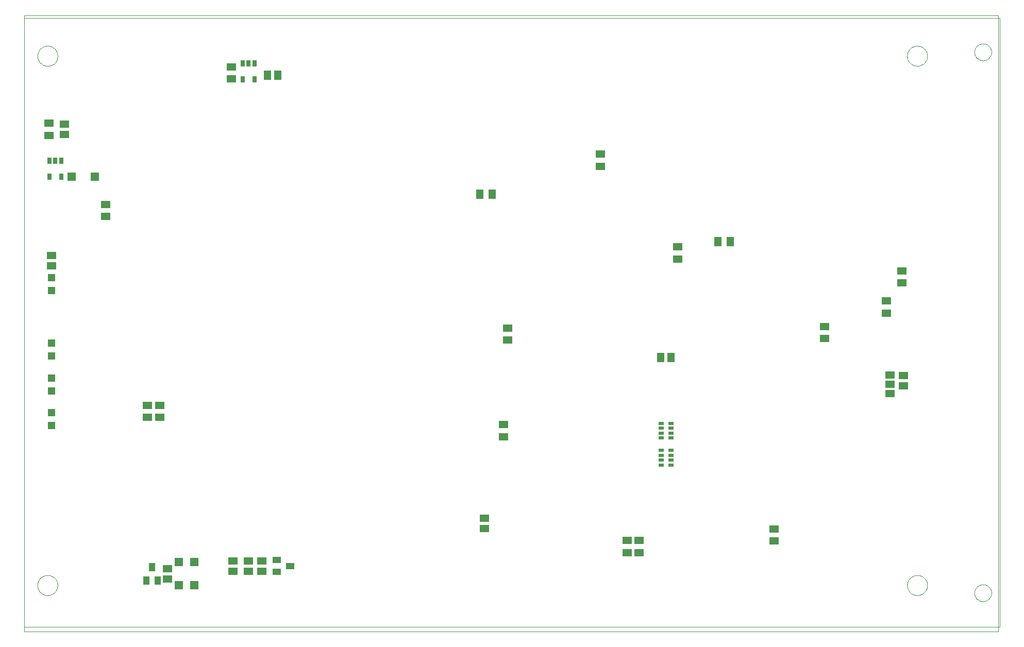
<source format=gbp>
G75*
G70*
%OFA0B0*%
%FSLAX24Y24*%
%IPPOS*%
%LPD*%
%AMOC8*
5,1,8,0,0,1.08239X$1,22.5*
%
%ADD10C,0.0000*%
%ADD11R,0.0472X0.0472*%
%ADD12R,0.0591X0.0512*%
%ADD13R,0.0630X0.0512*%
%ADD14R,0.0512X0.0630*%
%ADD15R,0.0551X0.0551*%
%ADD16R,0.0354X0.0197*%
%ADD17R,0.0512X0.0591*%
%ADD18R,0.0551X0.0394*%
%ADD19R,0.0272X0.0390*%
%ADD20R,0.0630X0.0460*%
%ADD21R,0.0394X0.0551*%
D10*
X004848Y007120D02*
X004848Y046990D01*
X067840Y046990D01*
X067840Y007120D01*
X004848Y007120D01*
X004848Y007430D02*
X004848Y046810D01*
X067948Y046810D01*
X067948Y007430D01*
X004848Y007430D01*
X005698Y010120D02*
X005700Y010170D01*
X005706Y010220D01*
X005716Y010270D01*
X005729Y010318D01*
X005746Y010366D01*
X005767Y010412D01*
X005791Y010456D01*
X005819Y010498D01*
X005850Y010538D01*
X005884Y010575D01*
X005921Y010610D01*
X005960Y010641D01*
X006001Y010670D01*
X006045Y010695D01*
X006091Y010717D01*
X006138Y010735D01*
X006186Y010749D01*
X006235Y010760D01*
X006285Y010767D01*
X006335Y010770D01*
X006386Y010769D01*
X006436Y010764D01*
X006486Y010755D01*
X006534Y010743D01*
X006582Y010726D01*
X006628Y010706D01*
X006673Y010683D01*
X006716Y010656D01*
X006756Y010626D01*
X006794Y010593D01*
X006829Y010557D01*
X006862Y010518D01*
X006891Y010477D01*
X006917Y010434D01*
X006940Y010389D01*
X006959Y010342D01*
X006974Y010294D01*
X006986Y010245D01*
X006994Y010195D01*
X006998Y010145D01*
X006998Y010095D01*
X006994Y010045D01*
X006986Y009995D01*
X006974Y009946D01*
X006959Y009898D01*
X006940Y009851D01*
X006917Y009806D01*
X006891Y009763D01*
X006862Y009722D01*
X006829Y009683D01*
X006794Y009647D01*
X006756Y009614D01*
X006716Y009584D01*
X006673Y009557D01*
X006628Y009534D01*
X006582Y009514D01*
X006534Y009497D01*
X006486Y009485D01*
X006436Y009476D01*
X006386Y009471D01*
X006335Y009470D01*
X006285Y009473D01*
X006235Y009480D01*
X006186Y009491D01*
X006138Y009505D01*
X006091Y009523D01*
X006045Y009545D01*
X006001Y009570D01*
X005960Y009599D01*
X005921Y009630D01*
X005884Y009665D01*
X005850Y009702D01*
X005819Y009742D01*
X005791Y009784D01*
X005767Y009828D01*
X005746Y009874D01*
X005729Y009922D01*
X005716Y009970D01*
X005706Y010020D01*
X005700Y010070D01*
X005698Y010120D01*
X005698Y044370D02*
X005700Y044420D01*
X005706Y044470D01*
X005716Y044520D01*
X005729Y044568D01*
X005746Y044616D01*
X005767Y044662D01*
X005791Y044706D01*
X005819Y044748D01*
X005850Y044788D01*
X005884Y044825D01*
X005921Y044860D01*
X005960Y044891D01*
X006001Y044920D01*
X006045Y044945D01*
X006091Y044967D01*
X006138Y044985D01*
X006186Y044999D01*
X006235Y045010D01*
X006285Y045017D01*
X006335Y045020D01*
X006386Y045019D01*
X006436Y045014D01*
X006486Y045005D01*
X006534Y044993D01*
X006582Y044976D01*
X006628Y044956D01*
X006673Y044933D01*
X006716Y044906D01*
X006756Y044876D01*
X006794Y044843D01*
X006829Y044807D01*
X006862Y044768D01*
X006891Y044727D01*
X006917Y044684D01*
X006940Y044639D01*
X006959Y044592D01*
X006974Y044544D01*
X006986Y044495D01*
X006994Y044445D01*
X006998Y044395D01*
X006998Y044345D01*
X006994Y044295D01*
X006986Y044245D01*
X006974Y044196D01*
X006959Y044148D01*
X006940Y044101D01*
X006917Y044056D01*
X006891Y044013D01*
X006862Y043972D01*
X006829Y043933D01*
X006794Y043897D01*
X006756Y043864D01*
X006716Y043834D01*
X006673Y043807D01*
X006628Y043784D01*
X006582Y043764D01*
X006534Y043747D01*
X006486Y043735D01*
X006436Y043726D01*
X006386Y043721D01*
X006335Y043720D01*
X006285Y043723D01*
X006235Y043730D01*
X006186Y043741D01*
X006138Y043755D01*
X006091Y043773D01*
X006045Y043795D01*
X006001Y043820D01*
X005960Y043849D01*
X005921Y043880D01*
X005884Y043915D01*
X005850Y043952D01*
X005819Y043992D01*
X005791Y044034D01*
X005767Y044078D01*
X005746Y044124D01*
X005729Y044172D01*
X005716Y044220D01*
X005706Y044270D01*
X005700Y044320D01*
X005698Y044370D01*
X061948Y044370D02*
X061950Y044420D01*
X061956Y044470D01*
X061966Y044520D01*
X061979Y044568D01*
X061996Y044616D01*
X062017Y044662D01*
X062041Y044706D01*
X062069Y044748D01*
X062100Y044788D01*
X062134Y044825D01*
X062171Y044860D01*
X062210Y044891D01*
X062251Y044920D01*
X062295Y044945D01*
X062341Y044967D01*
X062388Y044985D01*
X062436Y044999D01*
X062485Y045010D01*
X062535Y045017D01*
X062585Y045020D01*
X062636Y045019D01*
X062686Y045014D01*
X062736Y045005D01*
X062784Y044993D01*
X062832Y044976D01*
X062878Y044956D01*
X062923Y044933D01*
X062966Y044906D01*
X063006Y044876D01*
X063044Y044843D01*
X063079Y044807D01*
X063112Y044768D01*
X063141Y044727D01*
X063167Y044684D01*
X063190Y044639D01*
X063209Y044592D01*
X063224Y044544D01*
X063236Y044495D01*
X063244Y044445D01*
X063248Y044395D01*
X063248Y044345D01*
X063244Y044295D01*
X063236Y044245D01*
X063224Y044196D01*
X063209Y044148D01*
X063190Y044101D01*
X063167Y044056D01*
X063141Y044013D01*
X063112Y043972D01*
X063079Y043933D01*
X063044Y043897D01*
X063006Y043864D01*
X062966Y043834D01*
X062923Y043807D01*
X062878Y043784D01*
X062832Y043764D01*
X062784Y043747D01*
X062736Y043735D01*
X062686Y043726D01*
X062636Y043721D01*
X062585Y043720D01*
X062535Y043723D01*
X062485Y043730D01*
X062436Y043741D01*
X062388Y043755D01*
X062341Y043773D01*
X062295Y043795D01*
X062251Y043820D01*
X062210Y043849D01*
X062171Y043880D01*
X062134Y043915D01*
X062100Y043952D01*
X062069Y043992D01*
X062041Y044034D01*
X062017Y044078D01*
X061996Y044124D01*
X061979Y044172D01*
X061966Y044220D01*
X061956Y044270D01*
X061950Y044320D01*
X061948Y044370D01*
X066298Y044620D02*
X066300Y044667D01*
X066306Y044713D01*
X066316Y044759D01*
X066329Y044803D01*
X066347Y044847D01*
X066368Y044888D01*
X066392Y044928D01*
X066420Y044966D01*
X066451Y045001D01*
X066485Y045033D01*
X066521Y045062D01*
X066560Y045088D01*
X066600Y045111D01*
X066643Y045130D01*
X066687Y045146D01*
X066732Y045158D01*
X066778Y045166D01*
X066825Y045170D01*
X066871Y045170D01*
X066918Y045166D01*
X066964Y045158D01*
X067009Y045146D01*
X067053Y045130D01*
X067096Y045111D01*
X067136Y045088D01*
X067175Y045062D01*
X067211Y045033D01*
X067245Y045001D01*
X067276Y044966D01*
X067304Y044928D01*
X067328Y044888D01*
X067349Y044847D01*
X067367Y044803D01*
X067380Y044759D01*
X067390Y044713D01*
X067396Y044667D01*
X067398Y044620D01*
X067396Y044573D01*
X067390Y044527D01*
X067380Y044481D01*
X067367Y044437D01*
X067349Y044393D01*
X067328Y044352D01*
X067304Y044312D01*
X067276Y044274D01*
X067245Y044239D01*
X067211Y044207D01*
X067175Y044178D01*
X067136Y044152D01*
X067096Y044129D01*
X067053Y044110D01*
X067009Y044094D01*
X066964Y044082D01*
X066918Y044074D01*
X066871Y044070D01*
X066825Y044070D01*
X066778Y044074D01*
X066732Y044082D01*
X066687Y044094D01*
X066643Y044110D01*
X066600Y044129D01*
X066560Y044152D01*
X066521Y044178D01*
X066485Y044207D01*
X066451Y044239D01*
X066420Y044274D01*
X066392Y044312D01*
X066368Y044352D01*
X066347Y044393D01*
X066329Y044437D01*
X066316Y044481D01*
X066306Y044527D01*
X066300Y044573D01*
X066298Y044620D01*
X061948Y010120D02*
X061950Y010170D01*
X061956Y010220D01*
X061966Y010270D01*
X061979Y010318D01*
X061996Y010366D01*
X062017Y010412D01*
X062041Y010456D01*
X062069Y010498D01*
X062100Y010538D01*
X062134Y010575D01*
X062171Y010610D01*
X062210Y010641D01*
X062251Y010670D01*
X062295Y010695D01*
X062341Y010717D01*
X062388Y010735D01*
X062436Y010749D01*
X062485Y010760D01*
X062535Y010767D01*
X062585Y010770D01*
X062636Y010769D01*
X062686Y010764D01*
X062736Y010755D01*
X062784Y010743D01*
X062832Y010726D01*
X062878Y010706D01*
X062923Y010683D01*
X062966Y010656D01*
X063006Y010626D01*
X063044Y010593D01*
X063079Y010557D01*
X063112Y010518D01*
X063141Y010477D01*
X063167Y010434D01*
X063190Y010389D01*
X063209Y010342D01*
X063224Y010294D01*
X063236Y010245D01*
X063244Y010195D01*
X063248Y010145D01*
X063248Y010095D01*
X063244Y010045D01*
X063236Y009995D01*
X063224Y009946D01*
X063209Y009898D01*
X063190Y009851D01*
X063167Y009806D01*
X063141Y009763D01*
X063112Y009722D01*
X063079Y009683D01*
X063044Y009647D01*
X063006Y009614D01*
X062966Y009584D01*
X062923Y009557D01*
X062878Y009534D01*
X062832Y009514D01*
X062784Y009497D01*
X062736Y009485D01*
X062686Y009476D01*
X062636Y009471D01*
X062585Y009470D01*
X062535Y009473D01*
X062485Y009480D01*
X062436Y009491D01*
X062388Y009505D01*
X062341Y009523D01*
X062295Y009545D01*
X062251Y009570D01*
X062210Y009599D01*
X062171Y009630D01*
X062134Y009665D01*
X062100Y009702D01*
X062069Y009742D01*
X062041Y009784D01*
X062017Y009828D01*
X061996Y009874D01*
X061979Y009922D01*
X061966Y009970D01*
X061956Y010020D01*
X061950Y010070D01*
X061948Y010120D01*
X066298Y009620D02*
X066300Y009667D01*
X066306Y009713D01*
X066316Y009759D01*
X066329Y009803D01*
X066347Y009847D01*
X066368Y009888D01*
X066392Y009928D01*
X066420Y009966D01*
X066451Y010001D01*
X066485Y010033D01*
X066521Y010062D01*
X066560Y010088D01*
X066600Y010111D01*
X066643Y010130D01*
X066687Y010146D01*
X066732Y010158D01*
X066778Y010166D01*
X066825Y010170D01*
X066871Y010170D01*
X066918Y010166D01*
X066964Y010158D01*
X067009Y010146D01*
X067053Y010130D01*
X067096Y010111D01*
X067136Y010088D01*
X067175Y010062D01*
X067211Y010033D01*
X067245Y010001D01*
X067276Y009966D01*
X067304Y009928D01*
X067328Y009888D01*
X067349Y009847D01*
X067367Y009803D01*
X067380Y009759D01*
X067390Y009713D01*
X067396Y009667D01*
X067398Y009620D01*
X067396Y009573D01*
X067390Y009527D01*
X067380Y009481D01*
X067367Y009437D01*
X067349Y009393D01*
X067328Y009352D01*
X067304Y009312D01*
X067276Y009274D01*
X067245Y009239D01*
X067211Y009207D01*
X067175Y009178D01*
X067136Y009152D01*
X067096Y009129D01*
X067053Y009110D01*
X067009Y009094D01*
X066964Y009082D01*
X066918Y009074D01*
X066871Y009070D01*
X066825Y009070D01*
X066778Y009074D01*
X066732Y009082D01*
X066687Y009094D01*
X066643Y009110D01*
X066600Y009129D01*
X066560Y009152D01*
X066521Y009178D01*
X066485Y009207D01*
X066451Y009239D01*
X066420Y009274D01*
X066392Y009312D01*
X066368Y009352D01*
X066347Y009393D01*
X066329Y009437D01*
X066316Y009481D01*
X066306Y009527D01*
X066300Y009573D01*
X066298Y009620D01*
D11*
X006598Y020456D03*
X006598Y021283D03*
X006598Y022706D03*
X006598Y023533D03*
X006598Y024956D03*
X006598Y025783D03*
X006598Y029206D03*
X006598Y030033D03*
D12*
X006598Y030785D03*
X006598Y031454D03*
X007448Y039285D03*
X007448Y039954D03*
X012798Y021744D03*
X013598Y021744D03*
X013598Y020996D03*
X012798Y020996D03*
X018348Y011704D03*
X018348Y011035D03*
X019348Y011035D03*
X019348Y011704D03*
X020198Y011704D03*
X020198Y011035D03*
X014098Y011204D03*
X014098Y010535D03*
X034598Y013785D03*
X034598Y014454D03*
X061698Y023035D03*
X061698Y023704D03*
D13*
X056598Y026076D03*
X056598Y026863D03*
X060598Y027726D03*
X060598Y028513D03*
X061598Y029676D03*
X061598Y030463D03*
X047098Y031226D03*
X047098Y032013D03*
X042098Y037226D03*
X042098Y038013D03*
X036098Y026763D03*
X036098Y025976D03*
X035848Y020513D03*
X035848Y019726D03*
X043848Y013013D03*
X044598Y013013D03*
X044598Y012226D03*
X043848Y012226D03*
X053348Y012976D03*
X053348Y013763D03*
X018248Y042876D03*
X018248Y043663D03*
X010098Y034763D03*
X010098Y033976D03*
X006448Y039226D03*
X006448Y040013D03*
D14*
X034304Y035420D03*
X035092Y035420D03*
X049704Y032370D03*
X050492Y032370D03*
D15*
X015848Y011618D03*
X014848Y011618D03*
X014848Y010121D03*
X015848Y010121D03*
X009396Y036570D03*
X007900Y036570D03*
D16*
X046033Y020592D03*
X046033Y020277D03*
X046033Y019962D03*
X046033Y019647D03*
X046663Y019647D03*
X046663Y019962D03*
X046663Y020277D03*
X046663Y020592D03*
X046663Y018842D03*
X046663Y018527D03*
X046663Y018212D03*
X046663Y017897D03*
X046033Y017897D03*
X046033Y018212D03*
X046033Y018527D03*
X046033Y018842D03*
D17*
X046013Y024870D03*
X046683Y024870D03*
X021233Y043120D03*
X020563Y043120D03*
D18*
X021165Y011744D03*
X021165Y010996D03*
X022031Y011370D03*
D19*
X007222Y036558D03*
X006474Y036558D03*
X006474Y037577D03*
X006848Y037577D03*
X007222Y037577D03*
X018974Y042858D03*
X019722Y042858D03*
X019722Y043877D03*
X019348Y043877D03*
X018974Y043877D03*
D20*
X060848Y023720D03*
X060848Y023120D03*
X060848Y022520D03*
D21*
X013472Y010436D03*
X012724Y010436D03*
X013098Y011303D03*
M02*

</source>
